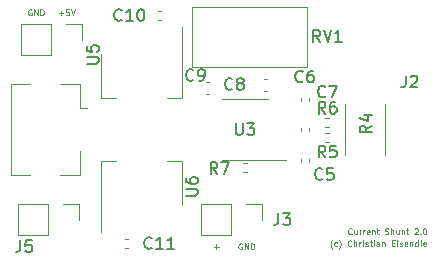
<source format=gbr>
%TF.GenerationSoftware,KiCad,Pcbnew,(6.0.0)*%
%TF.CreationDate,2022-12-15T22:30:45+01:00*%
%TF.ProjectId,current_measurement,63757272-656e-4745-9f6d-656173757265,2.0*%
%TF.SameCoordinates,Original*%
%TF.FileFunction,Legend,Top*%
%TF.FilePolarity,Positive*%
%FSLAX46Y46*%
G04 Gerber Fmt 4.6, Leading zero omitted, Abs format (unit mm)*
G04 Created by KiCad (PCBNEW (6.0.0)) date 2022-12-15 22:30:45*
%MOMM*%
%LPD*%
G01*
G04 APERTURE LIST*
%ADD10C,0.125000*%
%ADD11C,0.150000*%
%ADD12C,0.120000*%
G04 APERTURE END LIST*
D10*
X121075142Y-81188666D02*
X121051333Y-81164857D01*
X121003714Y-81093428D01*
X120979904Y-81045809D01*
X120956095Y-80974380D01*
X120932285Y-80855333D01*
X120932285Y-80760095D01*
X120956095Y-80641047D01*
X120979904Y-80569619D01*
X121003714Y-80522000D01*
X121051333Y-80450571D01*
X121075142Y-80426761D01*
X121479904Y-80974380D02*
X121432285Y-80998190D01*
X121337047Y-80998190D01*
X121289428Y-80974380D01*
X121265619Y-80950571D01*
X121241809Y-80902952D01*
X121241809Y-80760095D01*
X121265619Y-80712476D01*
X121289428Y-80688666D01*
X121337047Y-80664857D01*
X121432285Y-80664857D01*
X121479904Y-80688666D01*
X121646571Y-81188666D02*
X121670380Y-81164857D01*
X121718000Y-81093428D01*
X121741809Y-81045809D01*
X121765619Y-80974380D01*
X121789428Y-80855333D01*
X121789428Y-80760095D01*
X121765619Y-80641047D01*
X121741809Y-80569619D01*
X121718000Y-80522000D01*
X121670380Y-80450571D01*
X121646571Y-80426761D01*
X122694190Y-80950571D02*
X122670380Y-80974380D01*
X122598952Y-80998190D01*
X122551333Y-80998190D01*
X122479904Y-80974380D01*
X122432285Y-80926761D01*
X122408476Y-80879142D01*
X122384666Y-80783904D01*
X122384666Y-80712476D01*
X122408476Y-80617238D01*
X122432285Y-80569619D01*
X122479904Y-80522000D01*
X122551333Y-80498190D01*
X122598952Y-80498190D01*
X122670380Y-80522000D01*
X122694190Y-80545809D01*
X122908476Y-80998190D02*
X122908476Y-80498190D01*
X123122761Y-80998190D02*
X123122761Y-80736285D01*
X123098952Y-80688666D01*
X123051333Y-80664857D01*
X122979904Y-80664857D01*
X122932285Y-80688666D01*
X122908476Y-80712476D01*
X123360857Y-80998190D02*
X123360857Y-80664857D01*
X123360857Y-80760095D02*
X123384666Y-80712476D01*
X123408476Y-80688666D01*
X123456095Y-80664857D01*
X123503714Y-80664857D01*
X123670380Y-80998190D02*
X123670380Y-80664857D01*
X123670380Y-80498190D02*
X123646571Y-80522000D01*
X123670380Y-80545809D01*
X123694190Y-80522000D01*
X123670380Y-80498190D01*
X123670380Y-80545809D01*
X123884666Y-80974380D02*
X123932285Y-80998190D01*
X124027523Y-80998190D01*
X124075142Y-80974380D01*
X124098952Y-80926761D01*
X124098952Y-80902952D01*
X124075142Y-80855333D01*
X124027523Y-80831523D01*
X123956095Y-80831523D01*
X123908476Y-80807714D01*
X123884666Y-80760095D01*
X123884666Y-80736285D01*
X123908476Y-80688666D01*
X123956095Y-80664857D01*
X124027523Y-80664857D01*
X124075142Y-80688666D01*
X124241809Y-80664857D02*
X124432285Y-80664857D01*
X124313238Y-80498190D02*
X124313238Y-80926761D01*
X124337047Y-80974380D01*
X124384666Y-80998190D01*
X124432285Y-80998190D01*
X124598952Y-80998190D02*
X124598952Y-80664857D01*
X124598952Y-80498190D02*
X124575142Y-80522000D01*
X124598952Y-80545809D01*
X124622761Y-80522000D01*
X124598952Y-80498190D01*
X124598952Y-80545809D01*
X125051333Y-80998190D02*
X125051333Y-80736285D01*
X125027523Y-80688666D01*
X124979904Y-80664857D01*
X124884666Y-80664857D01*
X124837047Y-80688666D01*
X125051333Y-80974380D02*
X125003714Y-80998190D01*
X124884666Y-80998190D01*
X124837047Y-80974380D01*
X124813238Y-80926761D01*
X124813238Y-80879142D01*
X124837047Y-80831523D01*
X124884666Y-80807714D01*
X125003714Y-80807714D01*
X125051333Y-80783904D01*
X125289428Y-80664857D02*
X125289428Y-80998190D01*
X125289428Y-80712476D02*
X125313238Y-80688666D01*
X125360857Y-80664857D01*
X125432285Y-80664857D01*
X125479904Y-80688666D01*
X125503714Y-80736285D01*
X125503714Y-80998190D01*
X126122761Y-80736285D02*
X126289428Y-80736285D01*
X126360857Y-80998190D02*
X126122761Y-80998190D01*
X126122761Y-80498190D01*
X126360857Y-80498190D01*
X126575142Y-80998190D02*
X126575142Y-80664857D01*
X126575142Y-80498190D02*
X126551333Y-80522000D01*
X126575142Y-80545809D01*
X126598952Y-80522000D01*
X126575142Y-80498190D01*
X126575142Y-80545809D01*
X126789428Y-80974380D02*
X126837047Y-80998190D01*
X126932285Y-80998190D01*
X126979904Y-80974380D01*
X127003714Y-80926761D01*
X127003714Y-80902952D01*
X126979904Y-80855333D01*
X126932285Y-80831523D01*
X126860857Y-80831523D01*
X126813238Y-80807714D01*
X126789428Y-80760095D01*
X126789428Y-80736285D01*
X126813238Y-80688666D01*
X126860857Y-80664857D01*
X126932285Y-80664857D01*
X126979904Y-80688666D01*
X127408476Y-80974380D02*
X127360857Y-80998190D01*
X127265619Y-80998190D01*
X127218000Y-80974380D01*
X127194190Y-80926761D01*
X127194190Y-80736285D01*
X127218000Y-80688666D01*
X127265619Y-80664857D01*
X127360857Y-80664857D01*
X127408476Y-80688666D01*
X127432285Y-80736285D01*
X127432285Y-80783904D01*
X127194190Y-80831523D01*
X127646571Y-80664857D02*
X127646571Y-80998190D01*
X127646571Y-80712476D02*
X127670380Y-80688666D01*
X127718000Y-80664857D01*
X127789428Y-80664857D01*
X127837047Y-80688666D01*
X127860857Y-80736285D01*
X127860857Y-80998190D01*
X128313238Y-80998190D02*
X128313238Y-80498190D01*
X128313238Y-80974380D02*
X128265619Y-80998190D01*
X128170380Y-80998190D01*
X128122761Y-80974380D01*
X128098952Y-80950571D01*
X128075142Y-80902952D01*
X128075142Y-80760095D01*
X128098952Y-80712476D01*
X128122761Y-80688666D01*
X128170380Y-80664857D01*
X128265619Y-80664857D01*
X128313238Y-80688666D01*
X128622761Y-80998190D02*
X128575142Y-80974380D01*
X128551333Y-80926761D01*
X128551333Y-80498190D01*
X129003714Y-80974380D02*
X128956095Y-80998190D01*
X128860857Y-80998190D01*
X128813238Y-80974380D01*
X128789428Y-80926761D01*
X128789428Y-80736285D01*
X128813238Y-80688666D01*
X128860857Y-80664857D01*
X128956095Y-80664857D01*
X129003714Y-80688666D01*
X129027523Y-80736285D01*
X129027523Y-80783904D01*
X128789428Y-80831523D01*
X122730000Y-79934571D02*
X122706190Y-79958380D01*
X122634761Y-79982190D01*
X122587142Y-79982190D01*
X122515714Y-79958380D01*
X122468095Y-79910761D01*
X122444285Y-79863142D01*
X122420476Y-79767904D01*
X122420476Y-79696476D01*
X122444285Y-79601238D01*
X122468095Y-79553619D01*
X122515714Y-79506000D01*
X122587142Y-79482190D01*
X122634761Y-79482190D01*
X122706190Y-79506000D01*
X122730000Y-79529809D01*
X123158571Y-79648857D02*
X123158571Y-79982190D01*
X122944285Y-79648857D02*
X122944285Y-79910761D01*
X122968095Y-79958380D01*
X123015714Y-79982190D01*
X123087142Y-79982190D01*
X123134761Y-79958380D01*
X123158571Y-79934571D01*
X123396666Y-79982190D02*
X123396666Y-79648857D01*
X123396666Y-79744095D02*
X123420476Y-79696476D01*
X123444285Y-79672666D01*
X123491904Y-79648857D01*
X123539523Y-79648857D01*
X123706190Y-79982190D02*
X123706190Y-79648857D01*
X123706190Y-79744095D02*
X123730000Y-79696476D01*
X123753809Y-79672666D01*
X123801428Y-79648857D01*
X123849047Y-79648857D01*
X124206190Y-79958380D02*
X124158571Y-79982190D01*
X124063333Y-79982190D01*
X124015714Y-79958380D01*
X123991904Y-79910761D01*
X123991904Y-79720285D01*
X124015714Y-79672666D01*
X124063333Y-79648857D01*
X124158571Y-79648857D01*
X124206190Y-79672666D01*
X124230000Y-79720285D01*
X124230000Y-79767904D01*
X123991904Y-79815523D01*
X124444285Y-79648857D02*
X124444285Y-79982190D01*
X124444285Y-79696476D02*
X124468095Y-79672666D01*
X124515714Y-79648857D01*
X124587142Y-79648857D01*
X124634761Y-79672666D01*
X124658571Y-79720285D01*
X124658571Y-79982190D01*
X124825238Y-79648857D02*
X125015714Y-79648857D01*
X124896666Y-79482190D02*
X124896666Y-79910761D01*
X124920476Y-79958380D01*
X124968095Y-79982190D01*
X125015714Y-79982190D01*
X125539523Y-79958380D02*
X125610952Y-79982190D01*
X125730000Y-79982190D01*
X125777619Y-79958380D01*
X125801428Y-79934571D01*
X125825238Y-79886952D01*
X125825238Y-79839333D01*
X125801428Y-79791714D01*
X125777619Y-79767904D01*
X125730000Y-79744095D01*
X125634761Y-79720285D01*
X125587142Y-79696476D01*
X125563333Y-79672666D01*
X125539523Y-79625047D01*
X125539523Y-79577428D01*
X125563333Y-79529809D01*
X125587142Y-79506000D01*
X125634761Y-79482190D01*
X125753809Y-79482190D01*
X125825238Y-79506000D01*
X126039523Y-79982190D02*
X126039523Y-79482190D01*
X126253809Y-79982190D02*
X126253809Y-79720285D01*
X126230000Y-79672666D01*
X126182380Y-79648857D01*
X126110952Y-79648857D01*
X126063333Y-79672666D01*
X126039523Y-79696476D01*
X126706190Y-79648857D02*
X126706190Y-79982190D01*
X126491904Y-79648857D02*
X126491904Y-79910761D01*
X126515714Y-79958380D01*
X126563333Y-79982190D01*
X126634761Y-79982190D01*
X126682380Y-79958380D01*
X126706190Y-79934571D01*
X126944285Y-79648857D02*
X126944285Y-79982190D01*
X126944285Y-79696476D02*
X126968095Y-79672666D01*
X127015714Y-79648857D01*
X127087142Y-79648857D01*
X127134761Y-79672666D01*
X127158571Y-79720285D01*
X127158571Y-79982190D01*
X127325238Y-79648857D02*
X127515714Y-79648857D01*
X127396666Y-79482190D02*
X127396666Y-79910761D01*
X127420476Y-79958380D01*
X127468095Y-79982190D01*
X127515714Y-79982190D01*
X128039523Y-79529809D02*
X128063333Y-79506000D01*
X128110952Y-79482190D01*
X128230000Y-79482190D01*
X128277619Y-79506000D01*
X128301428Y-79529809D01*
X128325238Y-79577428D01*
X128325238Y-79625047D01*
X128301428Y-79696476D01*
X128015714Y-79982190D01*
X128325238Y-79982190D01*
X128539523Y-79934571D02*
X128563333Y-79958380D01*
X128539523Y-79982190D01*
X128515714Y-79958380D01*
X128539523Y-79934571D01*
X128539523Y-79982190D01*
X128872857Y-79482190D02*
X128920476Y-79482190D01*
X128968095Y-79506000D01*
X128991904Y-79529809D01*
X129015714Y-79577428D01*
X129039523Y-79672666D01*
X129039523Y-79791714D01*
X129015714Y-79886952D01*
X128991904Y-79934571D01*
X128968095Y-79958380D01*
X128920476Y-79982190D01*
X128872857Y-79982190D01*
X128825238Y-79958380D01*
X128801428Y-79934571D01*
X128777619Y-79886952D01*
X128753809Y-79791714D01*
X128753809Y-79672666D01*
X128777619Y-79577428D01*
X128801428Y-79529809D01*
X128825238Y-79506000D01*
X128872857Y-79482190D01*
X95606047Y-60964000D02*
X95558428Y-60940190D01*
X95487000Y-60940190D01*
X95415571Y-60964000D01*
X95367952Y-61011619D01*
X95344142Y-61059238D01*
X95320333Y-61154476D01*
X95320333Y-61225904D01*
X95344142Y-61321142D01*
X95367952Y-61368761D01*
X95415571Y-61416380D01*
X95487000Y-61440190D01*
X95534619Y-61440190D01*
X95606047Y-61416380D01*
X95629857Y-61392571D01*
X95629857Y-61225904D01*
X95534619Y-61225904D01*
X95844142Y-61440190D02*
X95844142Y-60940190D01*
X96129857Y-61440190D01*
X96129857Y-60940190D01*
X96367952Y-61440190D02*
X96367952Y-60940190D01*
X96487000Y-60940190D01*
X96558428Y-60964000D01*
X96606047Y-61011619D01*
X96629857Y-61059238D01*
X96653666Y-61154476D01*
X96653666Y-61225904D01*
X96629857Y-61321142D01*
X96606047Y-61368761D01*
X96558428Y-61416380D01*
X96487000Y-61440190D01*
X96367952Y-61440190D01*
X113411047Y-80776000D02*
X113363428Y-80752190D01*
X113292000Y-80752190D01*
X113220571Y-80776000D01*
X113172952Y-80823619D01*
X113149142Y-80871238D01*
X113125333Y-80966476D01*
X113125333Y-81037904D01*
X113149142Y-81133142D01*
X113172952Y-81180761D01*
X113220571Y-81228380D01*
X113292000Y-81252190D01*
X113339619Y-81252190D01*
X113411047Y-81228380D01*
X113434857Y-81204571D01*
X113434857Y-81037904D01*
X113339619Y-81037904D01*
X113649142Y-81252190D02*
X113649142Y-80752190D01*
X113934857Y-81252190D01*
X113934857Y-80752190D01*
X114172952Y-81252190D02*
X114172952Y-80752190D01*
X114292000Y-80752190D01*
X114363428Y-80776000D01*
X114411047Y-80823619D01*
X114434857Y-80871238D01*
X114458666Y-80966476D01*
X114458666Y-81037904D01*
X114434857Y-81133142D01*
X114411047Y-81180761D01*
X114363428Y-81228380D01*
X114292000Y-81252190D01*
X114172952Y-81252190D01*
X111262714Y-81216476D02*
X111262714Y-80835523D01*
X111453190Y-81026000D02*
X111072238Y-81026000D01*
X97909142Y-61249714D02*
X98290095Y-61249714D01*
X98099619Y-61440190D02*
X98099619Y-61059238D01*
X98766285Y-60940190D02*
X98528190Y-60940190D01*
X98504380Y-61178285D01*
X98528190Y-61154476D01*
X98575809Y-61130666D01*
X98694857Y-61130666D01*
X98742476Y-61154476D01*
X98766285Y-61178285D01*
X98790095Y-61225904D01*
X98790095Y-61344952D01*
X98766285Y-61392571D01*
X98742476Y-61416380D01*
X98694857Y-61440190D01*
X98575809Y-61440190D01*
X98528190Y-61416380D01*
X98504380Y-61392571D01*
X98932952Y-60940190D02*
X99099619Y-61440190D01*
X99266285Y-60940190D01*
D11*
%TO.C,U3*%
X112903095Y-70572380D02*
X112903095Y-71381904D01*
X112950714Y-71477142D01*
X112998333Y-71524761D01*
X113093571Y-71572380D01*
X113284047Y-71572380D01*
X113379285Y-71524761D01*
X113426904Y-71477142D01*
X113474523Y-71381904D01*
X113474523Y-70572380D01*
X113855476Y-70572380D02*
X114474523Y-70572380D01*
X114141190Y-70953333D01*
X114284047Y-70953333D01*
X114379285Y-71000952D01*
X114426904Y-71048571D01*
X114474523Y-71143809D01*
X114474523Y-71381904D01*
X114426904Y-71477142D01*
X114379285Y-71524761D01*
X114284047Y-71572380D01*
X113998333Y-71572380D01*
X113903095Y-71524761D01*
X113855476Y-71477142D01*
%TO.C,U6*%
X108672380Y-76707904D02*
X109481904Y-76707904D01*
X109577142Y-76660285D01*
X109624761Y-76612666D01*
X109672380Y-76517428D01*
X109672380Y-76326952D01*
X109624761Y-76231714D01*
X109577142Y-76184095D01*
X109481904Y-76136476D01*
X108672380Y-76136476D01*
X108672380Y-75231714D02*
X108672380Y-75422190D01*
X108720000Y-75517428D01*
X108767619Y-75565047D01*
X108910476Y-75660285D01*
X109100952Y-75707904D01*
X109481904Y-75707904D01*
X109577142Y-75660285D01*
X109624761Y-75612666D01*
X109672380Y-75517428D01*
X109672380Y-75326952D01*
X109624761Y-75231714D01*
X109577142Y-75184095D01*
X109481904Y-75136476D01*
X109243809Y-75136476D01*
X109148571Y-75184095D01*
X109100952Y-75231714D01*
X109053333Y-75326952D01*
X109053333Y-75517428D01*
X109100952Y-75612666D01*
X109148571Y-75660285D01*
X109243809Y-75707904D01*
%TO.C,U5*%
X100290380Y-65531904D02*
X101099904Y-65531904D01*
X101195142Y-65484285D01*
X101242761Y-65436666D01*
X101290380Y-65341428D01*
X101290380Y-65150952D01*
X101242761Y-65055714D01*
X101195142Y-65008095D01*
X101099904Y-64960476D01*
X100290380Y-64960476D01*
X100290380Y-64008095D02*
X100290380Y-64484285D01*
X100766571Y-64531904D01*
X100718952Y-64484285D01*
X100671333Y-64389047D01*
X100671333Y-64150952D01*
X100718952Y-64055714D01*
X100766571Y-64008095D01*
X100861809Y-63960476D01*
X101099904Y-63960476D01*
X101195142Y-64008095D01*
X101242761Y-64055714D01*
X101290380Y-64150952D01*
X101290380Y-64389047D01*
X101242761Y-64484285D01*
X101195142Y-64531904D01*
%TO.C,C11*%
X105783142Y-81129142D02*
X105735523Y-81176761D01*
X105592666Y-81224380D01*
X105497428Y-81224380D01*
X105354571Y-81176761D01*
X105259333Y-81081523D01*
X105211714Y-80986285D01*
X105164095Y-80795809D01*
X105164095Y-80652952D01*
X105211714Y-80462476D01*
X105259333Y-80367238D01*
X105354571Y-80272000D01*
X105497428Y-80224380D01*
X105592666Y-80224380D01*
X105735523Y-80272000D01*
X105783142Y-80319619D01*
X106735523Y-81224380D02*
X106164095Y-81224380D01*
X106449809Y-81224380D02*
X106449809Y-80224380D01*
X106354571Y-80367238D01*
X106259333Y-80462476D01*
X106164095Y-80510095D01*
X107687904Y-81224380D02*
X107116476Y-81224380D01*
X107402190Y-81224380D02*
X107402190Y-80224380D01*
X107306952Y-80367238D01*
X107211714Y-80462476D01*
X107116476Y-80510095D01*
%TO.C,C10*%
X103243142Y-61825142D02*
X103195523Y-61872761D01*
X103052666Y-61920380D01*
X102957428Y-61920380D01*
X102814571Y-61872761D01*
X102719333Y-61777523D01*
X102671714Y-61682285D01*
X102624095Y-61491809D01*
X102624095Y-61348952D01*
X102671714Y-61158476D01*
X102719333Y-61063238D01*
X102814571Y-60968000D01*
X102957428Y-60920380D01*
X103052666Y-60920380D01*
X103195523Y-60968000D01*
X103243142Y-61015619D01*
X104195523Y-61920380D02*
X103624095Y-61920380D01*
X103909809Y-61920380D02*
X103909809Y-60920380D01*
X103814571Y-61063238D01*
X103719333Y-61158476D01*
X103624095Y-61206095D01*
X104814571Y-60920380D02*
X104909809Y-60920380D01*
X105005047Y-60968000D01*
X105052666Y-61015619D01*
X105100285Y-61110857D01*
X105147904Y-61301333D01*
X105147904Y-61539428D01*
X105100285Y-61729904D01*
X105052666Y-61825142D01*
X105005047Y-61872761D01*
X104909809Y-61920380D01*
X104814571Y-61920380D01*
X104719333Y-61872761D01*
X104671714Y-61825142D01*
X104624095Y-61729904D01*
X104576476Y-61539428D01*
X104576476Y-61301333D01*
X104624095Y-61110857D01*
X104671714Y-61015619D01*
X104719333Y-60968000D01*
X104814571Y-60920380D01*
%TO.C,RV1*%
X120054761Y-63698380D02*
X119721428Y-63222190D01*
X119483333Y-63698380D02*
X119483333Y-62698380D01*
X119864285Y-62698380D01*
X119959523Y-62746000D01*
X120007142Y-62793619D01*
X120054761Y-62888857D01*
X120054761Y-63031714D01*
X120007142Y-63126952D01*
X119959523Y-63174571D01*
X119864285Y-63222190D01*
X119483333Y-63222190D01*
X120340476Y-62698380D02*
X120673809Y-63698380D01*
X121007142Y-62698380D01*
X121864285Y-63698380D02*
X121292857Y-63698380D01*
X121578571Y-63698380D02*
X121578571Y-62698380D01*
X121483333Y-62841238D01*
X121388095Y-62936476D01*
X121292857Y-62984095D01*
%TO.C,R7*%
X111339333Y-74874380D02*
X111006000Y-74398190D01*
X110767904Y-74874380D02*
X110767904Y-73874380D01*
X111148857Y-73874380D01*
X111244095Y-73922000D01*
X111291714Y-73969619D01*
X111339333Y-74064857D01*
X111339333Y-74207714D01*
X111291714Y-74302952D01*
X111244095Y-74350571D01*
X111148857Y-74398190D01*
X110767904Y-74398190D01*
X111672666Y-73874380D02*
X112339333Y-73874380D01*
X111910761Y-74874380D01*
%TO.C,R6*%
X120483333Y-69767380D02*
X120150000Y-69291190D01*
X119911904Y-69767380D02*
X119911904Y-68767380D01*
X120292857Y-68767380D01*
X120388095Y-68815000D01*
X120435714Y-68862619D01*
X120483333Y-68957857D01*
X120483333Y-69100714D01*
X120435714Y-69195952D01*
X120388095Y-69243571D01*
X120292857Y-69291190D01*
X119911904Y-69291190D01*
X121340476Y-68767380D02*
X121150000Y-68767380D01*
X121054761Y-68815000D01*
X121007142Y-68862619D01*
X120911904Y-69005476D01*
X120864285Y-69195952D01*
X120864285Y-69576904D01*
X120911904Y-69672142D01*
X120959523Y-69719761D01*
X121054761Y-69767380D01*
X121245238Y-69767380D01*
X121340476Y-69719761D01*
X121388095Y-69672142D01*
X121435714Y-69576904D01*
X121435714Y-69338809D01*
X121388095Y-69243571D01*
X121340476Y-69195952D01*
X121245238Y-69148333D01*
X121054761Y-69148333D01*
X120959523Y-69195952D01*
X120911904Y-69243571D01*
X120864285Y-69338809D01*
%TO.C,R5*%
X120483333Y-73477380D02*
X120150000Y-73001190D01*
X119911904Y-73477380D02*
X119911904Y-72477380D01*
X120292857Y-72477380D01*
X120388095Y-72525000D01*
X120435714Y-72572619D01*
X120483333Y-72667857D01*
X120483333Y-72810714D01*
X120435714Y-72905952D01*
X120388095Y-72953571D01*
X120292857Y-73001190D01*
X119911904Y-73001190D01*
X121388095Y-72477380D02*
X120911904Y-72477380D01*
X120864285Y-72953571D01*
X120911904Y-72905952D01*
X121007142Y-72858333D01*
X121245238Y-72858333D01*
X121340476Y-72905952D01*
X121388095Y-72953571D01*
X121435714Y-73048809D01*
X121435714Y-73286904D01*
X121388095Y-73382142D01*
X121340476Y-73429761D01*
X121245238Y-73477380D01*
X121007142Y-73477380D01*
X120911904Y-73429761D01*
X120864285Y-73382142D01*
%TO.C,R4*%
X124404380Y-70778666D02*
X123928190Y-71112000D01*
X124404380Y-71350095D02*
X123404380Y-71350095D01*
X123404380Y-70969142D01*
X123452000Y-70873904D01*
X123499619Y-70826285D01*
X123594857Y-70778666D01*
X123737714Y-70778666D01*
X123832952Y-70826285D01*
X123880571Y-70873904D01*
X123928190Y-70969142D01*
X123928190Y-71350095D01*
X123737714Y-69921523D02*
X124404380Y-69921523D01*
X123356761Y-70159619D02*
X124071047Y-70397714D01*
X124071047Y-69778666D01*
%TO.C,J5*%
X94662666Y-80478380D02*
X94662666Y-81192666D01*
X94615047Y-81335523D01*
X94519809Y-81430761D01*
X94376952Y-81478380D01*
X94281714Y-81478380D01*
X95615047Y-80478380D02*
X95138857Y-80478380D01*
X95091238Y-80954571D01*
X95138857Y-80906952D01*
X95234095Y-80859333D01*
X95472190Y-80859333D01*
X95567428Y-80906952D01*
X95615047Y-80954571D01*
X95662666Y-81049809D01*
X95662666Y-81287904D01*
X95615047Y-81383142D01*
X95567428Y-81430761D01*
X95472190Y-81478380D01*
X95234095Y-81478380D01*
X95138857Y-81430761D01*
X95091238Y-81383142D01*
%TO.C,J3*%
X116506666Y-78192380D02*
X116506666Y-78906666D01*
X116459047Y-79049523D01*
X116363809Y-79144761D01*
X116220952Y-79192380D01*
X116125714Y-79192380D01*
X116887619Y-78192380D02*
X117506666Y-78192380D01*
X117173333Y-78573333D01*
X117316190Y-78573333D01*
X117411428Y-78620952D01*
X117459047Y-78668571D01*
X117506666Y-78763809D01*
X117506666Y-79001904D01*
X117459047Y-79097142D01*
X117411428Y-79144761D01*
X117316190Y-79192380D01*
X117030476Y-79192380D01*
X116935238Y-79144761D01*
X116887619Y-79097142D01*
%TO.C,J2*%
X127276666Y-66552380D02*
X127276666Y-67266666D01*
X127229047Y-67409523D01*
X127133809Y-67504761D01*
X126990952Y-67552380D01*
X126895714Y-67552380D01*
X127705238Y-66647619D02*
X127752857Y-66600000D01*
X127848095Y-66552380D01*
X128086190Y-66552380D01*
X128181428Y-66600000D01*
X128229047Y-66647619D01*
X128276666Y-66742857D01*
X128276666Y-66838095D01*
X128229047Y-66980952D01*
X127657619Y-67552380D01*
X128276666Y-67552380D01*
%TO.C,C9*%
X109307333Y-66905142D02*
X109259714Y-66952761D01*
X109116857Y-67000380D01*
X109021619Y-67000380D01*
X108878761Y-66952761D01*
X108783523Y-66857523D01*
X108735904Y-66762285D01*
X108688285Y-66571809D01*
X108688285Y-66428952D01*
X108735904Y-66238476D01*
X108783523Y-66143238D01*
X108878761Y-66048000D01*
X109021619Y-66000380D01*
X109116857Y-66000380D01*
X109259714Y-66048000D01*
X109307333Y-66095619D01*
X109783523Y-67000380D02*
X109974000Y-67000380D01*
X110069238Y-66952761D01*
X110116857Y-66905142D01*
X110212095Y-66762285D01*
X110259714Y-66571809D01*
X110259714Y-66190857D01*
X110212095Y-66095619D01*
X110164476Y-66048000D01*
X110069238Y-66000380D01*
X109878761Y-66000380D01*
X109783523Y-66048000D01*
X109735904Y-66095619D01*
X109688285Y-66190857D01*
X109688285Y-66428952D01*
X109735904Y-66524190D01*
X109783523Y-66571809D01*
X109878761Y-66619428D01*
X110069238Y-66619428D01*
X110164476Y-66571809D01*
X110212095Y-66524190D01*
X110259714Y-66428952D01*
%TO.C,C8*%
X112609333Y-67667142D02*
X112561714Y-67714761D01*
X112418857Y-67762380D01*
X112323619Y-67762380D01*
X112180761Y-67714761D01*
X112085523Y-67619523D01*
X112037904Y-67524285D01*
X111990285Y-67333809D01*
X111990285Y-67190952D01*
X112037904Y-67000476D01*
X112085523Y-66905238D01*
X112180761Y-66810000D01*
X112323619Y-66762380D01*
X112418857Y-66762380D01*
X112561714Y-66810000D01*
X112609333Y-66857619D01*
X113180761Y-67190952D02*
X113085523Y-67143333D01*
X113037904Y-67095714D01*
X112990285Y-67000476D01*
X112990285Y-66952857D01*
X113037904Y-66857619D01*
X113085523Y-66810000D01*
X113180761Y-66762380D01*
X113371238Y-66762380D01*
X113466476Y-66810000D01*
X113514095Y-66857619D01*
X113561714Y-66952857D01*
X113561714Y-67000476D01*
X113514095Y-67095714D01*
X113466476Y-67143333D01*
X113371238Y-67190952D01*
X113180761Y-67190952D01*
X113085523Y-67238571D01*
X113037904Y-67286190D01*
X112990285Y-67381428D01*
X112990285Y-67571904D01*
X113037904Y-67667142D01*
X113085523Y-67714761D01*
X113180761Y-67762380D01*
X113371238Y-67762380D01*
X113466476Y-67714761D01*
X113514095Y-67667142D01*
X113561714Y-67571904D01*
X113561714Y-67381428D01*
X113514095Y-67286190D01*
X113466476Y-67238571D01*
X113371238Y-67190952D01*
%TO.C,C7*%
X120483333Y-68302142D02*
X120435714Y-68349761D01*
X120292857Y-68397380D01*
X120197619Y-68397380D01*
X120054761Y-68349761D01*
X119959523Y-68254523D01*
X119911904Y-68159285D01*
X119864285Y-67968809D01*
X119864285Y-67825952D01*
X119911904Y-67635476D01*
X119959523Y-67540238D01*
X120054761Y-67445000D01*
X120197619Y-67397380D01*
X120292857Y-67397380D01*
X120435714Y-67445000D01*
X120483333Y-67492619D01*
X120816666Y-67397380D02*
X121483333Y-67397380D01*
X121054761Y-68397380D01*
%TO.C,C6*%
X118578333Y-67032142D02*
X118530714Y-67079761D01*
X118387857Y-67127380D01*
X118292619Y-67127380D01*
X118149761Y-67079761D01*
X118054523Y-66984523D01*
X118006904Y-66889285D01*
X117959285Y-66698809D01*
X117959285Y-66555952D01*
X118006904Y-66365476D01*
X118054523Y-66270238D01*
X118149761Y-66175000D01*
X118292619Y-66127380D01*
X118387857Y-66127380D01*
X118530714Y-66175000D01*
X118578333Y-66222619D01*
X119435476Y-66127380D02*
X119245000Y-66127380D01*
X119149761Y-66175000D01*
X119102142Y-66222619D01*
X119006904Y-66365476D01*
X118959285Y-66555952D01*
X118959285Y-66936904D01*
X119006904Y-67032142D01*
X119054523Y-67079761D01*
X119149761Y-67127380D01*
X119340238Y-67127380D01*
X119435476Y-67079761D01*
X119483095Y-67032142D01*
X119530714Y-66936904D01*
X119530714Y-66698809D01*
X119483095Y-66603571D01*
X119435476Y-66555952D01*
X119340238Y-66508333D01*
X119149761Y-66508333D01*
X119054523Y-66555952D01*
X119006904Y-66603571D01*
X118959285Y-66698809D01*
%TO.C,C5*%
X120229333Y-75287142D02*
X120181714Y-75334761D01*
X120038857Y-75382380D01*
X119943619Y-75382380D01*
X119800761Y-75334761D01*
X119705523Y-75239523D01*
X119657904Y-75144285D01*
X119610285Y-74953809D01*
X119610285Y-74810952D01*
X119657904Y-74620476D01*
X119705523Y-74525238D01*
X119800761Y-74430000D01*
X119943619Y-74382380D01*
X120038857Y-74382380D01*
X120181714Y-74430000D01*
X120229333Y-74477619D01*
X121134095Y-74382380D02*
X120657904Y-74382380D01*
X120610285Y-74858571D01*
X120657904Y-74810952D01*
X120753142Y-74763333D01*
X120991238Y-74763333D01*
X121086476Y-74810952D01*
X121134095Y-74858571D01*
X121181714Y-74953809D01*
X121181714Y-75191904D01*
X121134095Y-75287142D01*
X121086476Y-75334761D01*
X120991238Y-75382380D01*
X120753142Y-75382380D01*
X120657904Y-75334761D01*
X120610285Y-75287142D01*
D12*
%TO.C,U3*%
X113665000Y-68560000D02*
X111715000Y-68560000D01*
X113665000Y-68560000D02*
X115615000Y-68560000D01*
X113665000Y-73680000D02*
X111715000Y-73680000D01*
X113665000Y-73680000D02*
X117115000Y-73680000D01*
%TO.C,U6*%
X108312000Y-73782000D02*
X107052000Y-73782000D01*
X101492000Y-73782000D02*
X102752000Y-73782000D01*
X108312000Y-77542000D02*
X108312000Y-73782000D01*
X101492000Y-79792000D02*
X101492000Y-73782000D01*
%TO.C,U5*%
X108312000Y-62448000D02*
X108312000Y-68458000D01*
X101492000Y-64698000D02*
X101492000Y-68458000D01*
X108312000Y-68458000D02*
X107052000Y-68458000D01*
X101492000Y-68458000D02*
X102752000Y-68458000D01*
%TO.C,C11*%
X103747835Y-81132000D02*
X103516165Y-81132000D01*
X103747835Y-80412000D02*
X103516165Y-80412000D01*
%TO.C,C10*%
X106310165Y-61108000D02*
X106541835Y-61108000D01*
X106310165Y-61828000D02*
X106541835Y-61828000D01*
%TO.C,RV1*%
X118931000Y-60711000D02*
X118931000Y-65781000D01*
X109161000Y-60711000D02*
X109161000Y-65781000D01*
X118931000Y-65781000D02*
X109161000Y-65781000D01*
X118931000Y-60711000D02*
X109161000Y-60711000D01*
%TO.C,R7*%
X113832621Y-74675000D02*
X113497379Y-74675000D01*
X113832621Y-73915000D02*
X113497379Y-73915000D01*
%TO.C,R6*%
X120482379Y-70105000D02*
X120817621Y-70105000D01*
X120482379Y-70865000D02*
X120817621Y-70865000D01*
%TO.C,R5*%
X120482379Y-71375000D02*
X120817621Y-71375000D01*
X120482379Y-72135000D02*
X120817621Y-72135000D01*
%TO.C,R4*%
X122115000Y-73297064D02*
X122115000Y-68942936D01*
X125535000Y-73297064D02*
X125535000Y-68942936D01*
%TO.C,J5*%
X94433000Y-77410000D02*
X94433000Y-80070000D01*
X97033000Y-77410000D02*
X94433000Y-77410000D01*
X97033000Y-80070000D02*
X94433000Y-80070000D01*
X97033000Y-77410000D02*
X97033000Y-80070000D01*
X98303000Y-77410000D02*
X99633000Y-77410000D01*
X99633000Y-77410000D02*
X99633000Y-78740000D01*
%TO.C,J4*%
X93884000Y-67260000D02*
X95494000Y-67260000D01*
X99704000Y-74980000D02*
X99704000Y-72920000D01*
X97994000Y-74980000D02*
X99704000Y-74980000D01*
X99704000Y-67260000D02*
X99704000Y-69320000D01*
X97994000Y-67260000D02*
X99704000Y-67260000D01*
X93884000Y-67260000D02*
X93884000Y-74980000D01*
X93884000Y-74980000D02*
X95494000Y-74980000D01*
X99704000Y-69320000D02*
X100294000Y-69320000D01*
%TO.C,J3*%
X109927000Y-77410000D02*
X109927000Y-80070000D01*
X112527000Y-77410000D02*
X109927000Y-77410000D01*
X112527000Y-80070000D02*
X109927000Y-80070000D01*
X112527000Y-77410000D02*
X112527000Y-80070000D01*
X113797000Y-77410000D02*
X115127000Y-77410000D01*
X115127000Y-77410000D02*
X115127000Y-78740000D01*
%TO.C,J1*%
X99887000Y-62170000D02*
X99887000Y-63500000D01*
X98557000Y-62170000D02*
X99887000Y-62170000D01*
X97287000Y-62170000D02*
X97287000Y-64830000D01*
X97287000Y-64830000D02*
X94687000Y-64830000D01*
X97287000Y-62170000D02*
X94687000Y-62170000D01*
X94687000Y-62170000D02*
X94687000Y-64830000D01*
%TO.C,C9*%
X110349420Y-67054000D02*
X110630580Y-67054000D01*
X110349420Y-68074000D02*
X110630580Y-68074000D01*
%TO.C,C8*%
X115570580Y-67820000D02*
X115289420Y-67820000D01*
X115570580Y-66800000D02*
X115289420Y-66800000D01*
%TO.C,C7*%
X118385000Y-71235835D02*
X118385000Y-71004165D01*
X119105000Y-71235835D02*
X119105000Y-71004165D01*
%TO.C,C6*%
X118385000Y-68695835D02*
X118385000Y-68464165D01*
X119105000Y-68695835D02*
X119105000Y-68464165D01*
%TO.C,C5*%
X118385000Y-73843335D02*
X118385000Y-73611665D01*
X119105000Y-73843335D02*
X119105000Y-73611665D01*
%TD*%
M02*

</source>
